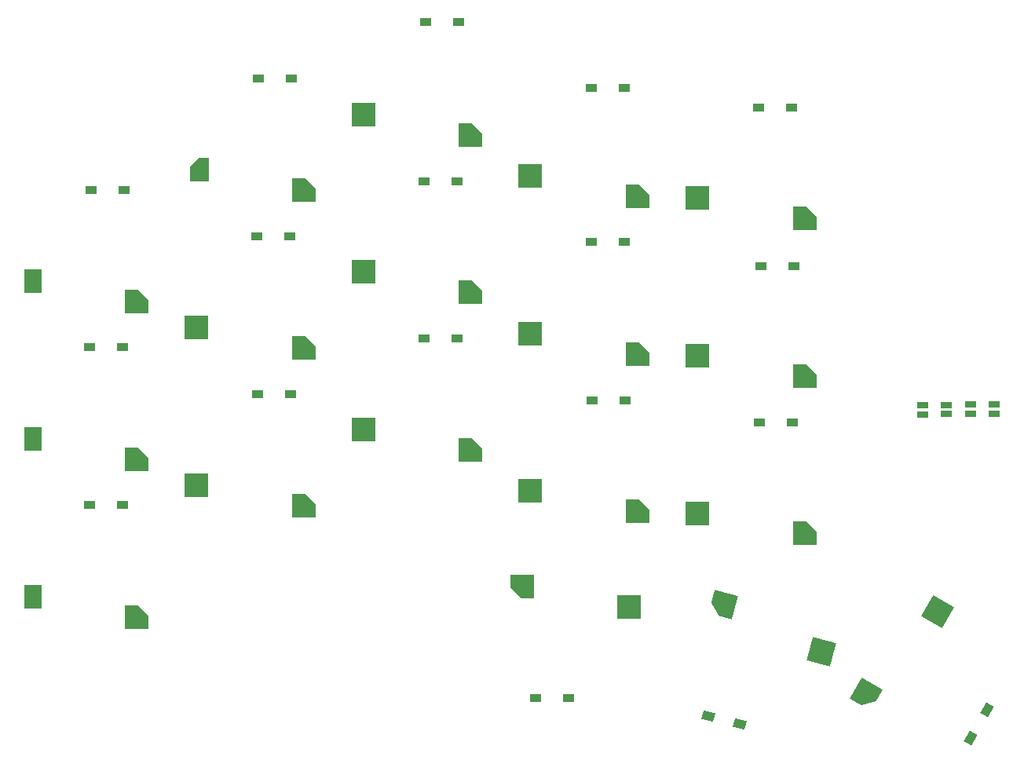
<source format=gbp>
G04 #@! TF.GenerationSoftware,KiCad,Pcbnew,(6.0.0-rc1-307-gc186d1f319)*
G04 #@! TF.CreationDate,2022-03-27T09:47:18+01:00*
G04 #@! TF.ProjectId,chocofi,63686f63-6f66-4692-9e6b-696361645f70,2.1*
G04 #@! TF.SameCoordinates,Original*
G04 #@! TF.FileFunction,Paste,Bot*
G04 #@! TF.FilePolarity,Positive*
%FSLAX46Y46*%
G04 Gerber Fmt 4.6, Leading zero omitted, Abs format (unit mm)*
G04 Created by KiCad (PCBNEW (6.0.0-rc1-307-gc186d1f319)) date 2022-03-27 09:47:18*
%MOMM*%
%LPD*%
G01*
G04 APERTURE LIST*
G04 Aperture macros list*
%AMRotRect*
0 Rectangle, with rotation*
0 The origin of the aperture is its center*
0 $1 length*
0 $2 width*
0 $3 Rotation angle, in degrees counterclockwise*
0 Add horizontal line*
21,1,$1,$2,0,0,$3*%
%AMOutline5P*
0 Free polygon, 5 corners , with rotation*
0 The origin of the aperture is its center*
0 number of corners: always 5*
0 $1 to $10 corner X, Y*
0 $11 Rotation angle, in degrees counterclockwise*
0 create outline with 5 corners*
4,1,5,$1,$2,$3,$4,$5,$6,$7,$8,$9,$10,$1,$2,$11*%
%AMOutline6P*
0 Free polygon, 6 corners , with rotation*
0 The origin of the aperture is its center*
0 number of corners: always 6*
0 $1 to $12 corner X, Y*
0 $13 Rotation angle, in degrees counterclockwise*
0 create outline with 6 corners*
4,1,6,$1,$2,$3,$4,$5,$6,$7,$8,$9,$10,$11,$12,$1,$2,$13*%
%AMOutline7P*
0 Free polygon, 7 corners , with rotation*
0 The origin of the aperture is its center*
0 number of corners: always 7*
0 $1 to $14 corner X, Y*
0 $15 Rotation angle, in degrees counterclockwise*
0 create outline with 7 corners*
4,1,7,$1,$2,$3,$4,$5,$6,$7,$8,$9,$10,$11,$12,$13,$14,$1,$2,$15*%
%AMOutline8P*
0 Free polygon, 8 corners , with rotation*
0 The origin of the aperture is its center*
0 number of corners: always 8*
0 $1 to $16 corner X, Y*
0 $17 Rotation angle, in degrees counterclockwise*
0 create outline with 8 corners*
4,1,8,$1,$2,$3,$4,$5,$6,$7,$8,$9,$10,$11,$12,$13,$14,$15,$16,$1,$2,$17*%
G04 Aperture macros list end*
%ADD10R,1.300000X0.950000*%
%ADD11RotRect,1.300000X0.950000X345.000000*%
%ADD12RotRect,1.300000X0.950000X60.000000*%
%ADD13Outline5P,-1.300000X1.300000X0.130000X1.300000X1.300000X0.130000X1.300000X-1.300000X-1.300000X-1.300000X0.000000*%
%ADD14R,1.850000X2.600000*%
%ADD15Outline5P,-1.025000X0.275000X0.000000X1.300000X1.025000X1.300000X1.025000X-1.300000X-1.025000X-1.300000X0.000000*%
%ADD16R,2.600000X2.600000*%
%ADD17R,1.875000X2.600000*%
%ADD18Outline5P,-1.300000X1.300000X0.130000X1.300000X1.300000X0.130000X1.300000X-1.300000X-1.300000X-1.300000X180.000000*%
%ADD19Outline5P,-1.300000X1.300000X0.130000X1.300000X1.300000X0.130000X1.300000X-1.300000X-1.300000X-1.300000X165.000000*%
%ADD20RotRect,2.600000X2.600000X165.000000*%
%ADD21Outline5P,-1.300000X1.300000X0.130000X1.300000X1.300000X0.130000X1.300000X-1.300000X-1.300000X-1.300000X240.000000*%
%ADD22RotRect,2.600000X2.600000X240.000000*%
%ADD23R,1.143000X0.635000*%
G04 APERTURE END LIST*
D10*
X84229400Y-64312800D03*
X87779400Y-64312800D03*
X102314200Y-52273200D03*
X105864200Y-52273200D03*
X120297400Y-46228000D03*
X123847400Y-46228000D03*
X138229800Y-53289200D03*
X141779800Y-53289200D03*
X156213000Y-55422800D03*
X159763000Y-55422800D03*
X84127800Y-81229200D03*
X87677800Y-81229200D03*
X102111000Y-69342000D03*
X105661000Y-69342000D03*
X120195800Y-63347600D03*
X123745800Y-63347600D03*
X138179000Y-69900800D03*
X141729000Y-69900800D03*
X156517800Y-72491600D03*
X160067800Y-72491600D03*
X84127800Y-98247200D03*
X87677800Y-98247200D03*
X102212600Y-86309200D03*
X105762600Y-86309200D03*
X120195800Y-80314800D03*
X123745800Y-80314800D03*
X138280600Y-86969600D03*
X141830600Y-86969600D03*
X156314600Y-89357200D03*
X159864600Y-89357200D03*
X132184600Y-119075200D03*
X135734600Y-119075200D03*
D11*
X150799764Y-121001192D03*
X154228800Y-121920000D03*
D12*
X179070666Y-123432630D03*
X180845666Y-120358240D03*
D13*
X89185000Y-76350000D03*
D14*
X78010000Y-74150000D03*
D13*
X107185000Y-64350000D03*
D15*
X95960000Y-62150000D03*
D13*
X125185000Y-58350000D03*
D16*
X113635000Y-56150000D03*
D13*
X143185000Y-64970000D03*
D16*
X131635000Y-62770000D03*
D13*
X161185000Y-67350000D03*
D16*
X149635000Y-65150000D03*
D13*
X89185000Y-93350000D03*
D17*
X78010000Y-91150000D03*
D13*
X107185000Y-81350000D03*
D16*
X95635000Y-79150000D03*
D13*
X125185000Y-75350000D03*
D16*
X113635000Y-73150000D03*
D13*
X143185000Y-81970000D03*
D16*
X131635000Y-79770000D03*
D13*
X161185000Y-84350000D03*
D16*
X149635000Y-82150000D03*
D13*
X89185000Y-110350000D03*
D17*
X78010000Y-108150000D03*
D13*
X107185000Y-98350000D03*
D16*
X95635000Y-96150000D03*
D13*
X125185000Y-92350000D03*
D16*
X113635000Y-90150000D03*
D13*
X143185000Y-98975000D03*
D16*
X131635000Y-96775000D03*
D13*
X161185000Y-101350000D03*
D16*
X149635000Y-99150000D03*
D18*
X130735000Y-107040000D03*
D16*
X142285000Y-109240000D03*
D19*
X152436566Y-108985109D03*
D20*
X163023608Y-114099506D03*
D21*
X167869649Y-118651233D03*
D22*
X175549905Y-109748640D03*
D23*
X176480000Y-87478020D03*
X176480000Y-88478780D03*
X173930000Y-87507620D03*
X173930000Y-88508380D03*
X181640000Y-87428020D03*
X181640000Y-88428780D03*
X179060000Y-87448020D03*
X179060000Y-88448780D03*
M02*

</source>
